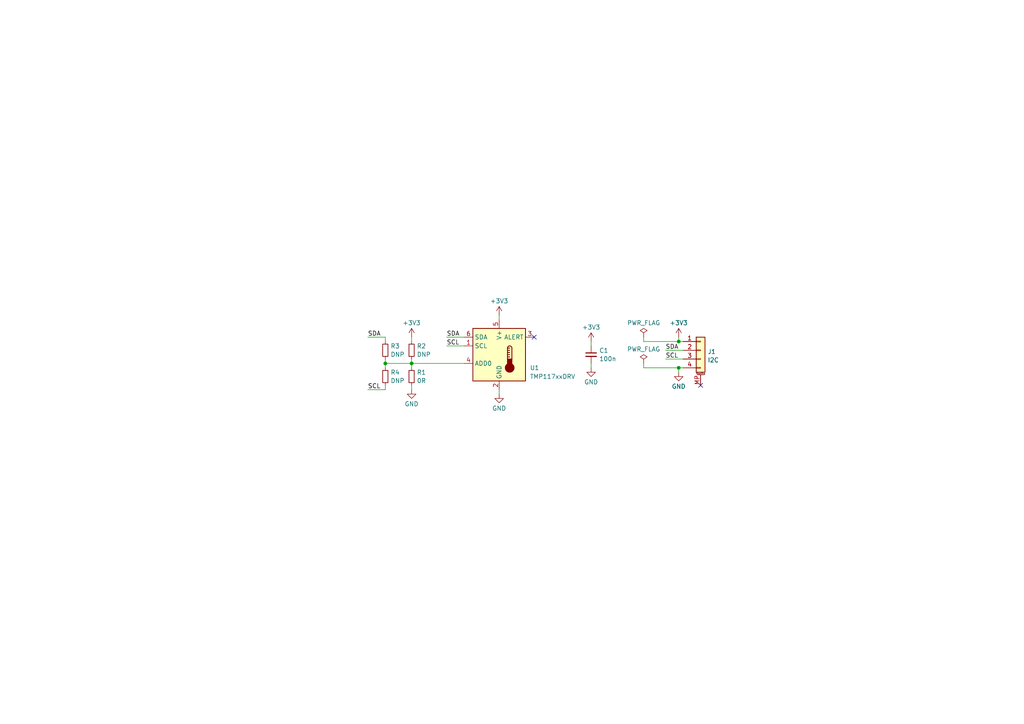
<source format=kicad_sch>
(kicad_sch (version 20230121) (generator eeschema)
  (paper "A4")
  (lib_symbols
    (symbol "Connector_Generic_MountingPin:Conn_01x04_MountingPin" (pin_names (offset 1.016) hide)
      (property "Reference" "J" (at 0 5.08 0))
      (property "Value" "Conn_01x04_MountingPin" (at 1.27 -7.62 0))
      (symbol "Conn_01x04_MountingPin_1_1"
        (rectangle (start -1.27 -4.953) (end 0 -5.207) (stroke (width 0.1524)))
        (rectangle (start -1.27 -2.413) (end 0 -2.667) (stroke (width 0.1524)))
        (rectangle (start -1.27 0.127) (end 0 -0.127) (stroke (width 0.1524)))
        (rectangle (start -1.27 2.667) (end 0 2.413) (stroke (width 0.1524)))
        (rectangle (start -1.27 3.81) (end 1.27 -6.35) (stroke (width 0.254)) (fill (type background)))
        (polyline (pts (xy -1.016 -7.112) (xy 1.016 -7.112)) (stroke (width 0.1524)))
        (text "Mounting" (at 0 -6.731 0) (effects (font (size 0.381 0.381))))
        (pin passive line (at -5.08 2.54 0) (length 3.81) (name "Pin_1") (number "1"))
        (pin passive line (at -5.08 0 0) (length 3.81) (name "Pin_2") (number "2"))
        (pin passive line (at -5.08 -2.54 0) (length 3.81) (name "Pin_3") (number "3"))
        (pin passive line (at -5.08 -5.08 0) (length 3.81) (name "Pin_4") (number "4"))
        (pin passive line (at 0 -10.16 90) (length 3.048) (name "MountPin") (number "MP"))
      )
    )
    (symbol "Device:C_Small" (pin_numbers hide) (pin_names (offset 0.254) hide)
      (property "Reference" "C" (at 0.254 1.778 0))
      (property "Value" "C_Small" (at 0.254 -2.032 0))
      (symbol "C_Small_0_1"
        (polyline (pts (xy -1.524 -0.508) (xy 1.524 -0.508)) (stroke (width 0.3302)))
        (polyline (pts (xy -1.524 0.508) (xy 1.524 0.508)) (stroke (width 0.3048)))
      )
      (symbol "C_Small_1_1"
        (pin passive line (at 0 2.54 270) (length 2.032) (name "~") (number "1"))
        (pin passive line (at 0 -2.54 90) (length 2.032) (name "~") (number "2"))
      )
    )
    (symbol "Device:R_Small" (pin_numbers hide) (pin_names (offset 0.254) hide)
      (property "Reference" "R" (at 0.762 0.508 0))
      (property "Value" "R_Small" (at 0.762 -1.016 0))
      (symbol "R_Small_0_1"
        (rectangle (start -0.762 1.778) (end 0.762 -1.778) (stroke (width 0.2032)))
      )
      (symbol "R_Small_1_1"
        (pin passive line (at 0 2.54 270) (length 0.762) (name "~") (number "1"))
        (pin passive line (at 0 -2.54 90) (length 0.762) (name "~") (number "2"))
      )
    )
    (symbol "Sensor_Temperature:TMP117xxDRV"
      (property "Reference" "U" (at -2.54 10.795 0))
      (property "Value" "TMP117xxDRV" (at -2.54 8.89 0))
      (symbol "TMP117xxDRV_0_1"
        (rectangle (start -7.62 7.62) (end 7.62 -7.62) (stroke (width 0.254)) (fill (type background)))
      )
      (symbol "TMP117xxDRV_1_1"
        (polyline (pts (xy 2.413 -0.635) (xy 3.048 -0.635)) (stroke (width 0.254)))
        (polyline (pts (xy 2.413 0) (xy 3.048 0)) (stroke (width 0.254)))
        (polyline (pts (xy 2.413 0.635) (xy 3.048 0.635)) (stroke (width 0.254)))
        (polyline (pts (xy 2.413 1.27) (xy 3.048 1.27)) (stroke (width 0.254)))
        (polyline (pts (xy 2.413 1.905) (xy 2.413 -1.27)) (stroke (width 0.254)))
        (polyline (pts (xy 2.413 1.905) (xy 3.048 1.905)) (stroke (width 0.254)))
        (polyline (pts (xy 3.683 1.905) (xy 3.683 -1.27)) (stroke (width 0.254)))
        (circle (center 3.048 -3.81) (radius 1.27) (stroke (width 0.254)) (fill (type outline)))
        (rectangle (start 3.683 -3.175) (end 2.413 -1.27) (stroke (width 0.254)) (fill (type outline)))
        (arc (start 3.683 1.905) (mid 3.048 2.5373) (end 2.413 1.905) (stroke (width 0.254)))
        (pin input line (at -10.16 2.54 0) (length 2.54) (name "SCL") (number "1"))
        (pin power_in line (at 0 -10.16 90) (length 2.54) (name "GND") (number "2"))
        (pin open_collector line (at 10.16 5.08 180) (length 2.54) (name "ALERT") (number "3"))
        (pin input line (at -10.16 -2.54 0) (length 2.54) (name "ADD0") (number "4"))
        (pin power_in line (at 0 10.16 270) (length 2.54) (name "V+") (number "5"))
        (pin bidirectional line (at -10.16 5.08 0) (length 2.54) (name "SDA") (number "6"))
      )
    )
    (symbol "power:+3V3" (power) (pin_names (offset 0))
      (property "Value" "+3V3" (at 0 3.556 0))
      (symbol "+3V3_0_1"
        (polyline (pts (xy -0.762 1.27) (xy 0 2.54)))
        (polyline (pts (xy 0 0) (xy 0 2.54)))
        (polyline (pts (xy 0 2.54) (xy 0.762 1.27)))
      )
      (symbol "+3V3_1_1"
        (pin power_in line (at 0 0 90) (length 0) hide (name "+3V3") (number "1"))
      )
    )
    (symbol "power:GND" (power) (pin_names (offset 0))
      (property "Value" "GND" (at 0 -3.81 0))
      (symbol "GND_0_1"
        (polyline (pts (xy 0 0) (xy 0 -1.27) (xy 1.27 -1.27) (xy 0 -2.54) (xy -1.27 -1.27) (xy 0 -1.27)))
      )
      (symbol "GND_1_1"
        (pin power_in line (at 0 0 270) (length 0) hide (name "GND") (number "1"))
      )
    )
    (symbol "power:PWR_FLAG" (power) (pin_numbers hide) (pin_names (offset 0) hide)
      (property "Value" "PWR_FLAG" (at 0 3.81 0))
      (symbol "PWR_FLAG_0_0"
        (pin power_out line (at 0 0 90) (length 0) (name "pwr") (number "1"))
      )
      (symbol "PWR_FLAG_0_1"
        (polyline (pts (xy 0 0) (xy 0 1.27) (xy -1.016 1.905) (xy 0 2.54) (xy 1.016 1.905) (xy 0 1.27)))
      )
    )
  )
  (junction (at 196.85 106.68))
  (junction (at 119.38 105.41))
  (junction (at 111.76 105.41))
  (junction (at 196.85 99.06))
  (no_connect (at 203.2 111.76))
  (no_connect (at 154.94 97.79))
  (wire (pts (xy 119.38 97.79) (xy 119.38 99.06)))
  (wire (pts (xy 144.78 113.03) (xy 144.78 114.3)))
  (wire (pts (xy 193.04 104.14) (xy 198.12 104.14)))
  (wire (pts (xy 111.76 104.14) (xy 111.76 105.41)))
  (wire (pts (xy 196.85 106.68) (xy 198.12 106.68)))
  (wire (pts (xy 119.38 105.41) (xy 111.76 105.41)))
  (wire (pts (xy 129.54 100.33) (xy 134.62 100.33)))
  (wire (pts (xy 144.78 91.44) (xy 144.78 92.71)))
  (wire (pts (xy 129.54 97.79) (xy 134.62 97.79)))
  (wire (pts (xy 186.69 106.68) (xy 196.85 106.68)))
  (wire (pts (xy 196.85 97.79) (xy 196.85 99.06)))
  (wire (pts (xy 171.45 105.41) (xy 171.45 106.68)))
  (wire (pts (xy 193.04 101.6) (xy 198.12 101.6)))
  (wire (pts (xy 186.69 97.79) (xy 186.69 99.06)))
  (wire (pts (xy 186.69 105.41) (xy 186.69 106.68)))
  (wire (pts (xy 119.38 106.68) (xy 119.38 105.41)))
  (wire (pts (xy 119.38 105.41) (xy 134.62 105.41)))
  (wire (pts (xy 111.76 97.79) (xy 111.76 99.06)))
  (wire (pts (xy 196.85 99.06) (xy 198.12 99.06)))
  (wire (pts (xy 119.38 104.14) (xy 119.38 105.41)))
  (wire (pts (xy 171.45 99.06) (xy 171.45 100.33)))
  (wire (pts (xy 186.69 99.06) (xy 196.85 99.06)))
  (wire (pts (xy 106.68 97.79) (xy 111.76 97.79)))
  (wire (pts (xy 196.85 106.68) (xy 196.85 107.95)))
  (wire (pts (xy 119.38 111.76) (xy 119.38 113.03)))
  (wire (pts (xy 111.76 105.41) (xy 111.76 106.68)))
  (wire (pts (xy 106.68 113.03) (xy 111.76 113.03)))
  (wire (pts (xy 111.76 113.03) (xy 111.76 111.76)))
  (label "SCL" (at 129.54 100.33 0))
  (label "SCL" (at 193.04 104.14 0))
  (label "SDA" (at 193.04 101.6 0))
  (label "SDA" (at 129.54 97.79 0))
  (label "SCL" (at 106.68 113.03 0))
  (label "SDA" (at 106.68 97.79 0))
  (symbol (lib_id "Device:C_Small") (at 171.45 102.87 0) (unit 1)
    (property "Reference" "C1" (at 173.7741 101.6642 0) (effects (justify left)))
    (property "Value" "100n" (at 173.7741 104.0884 0) (effects (justify left)))
    (property "Footprint" "Capacitor_SMD:C_0402_1005Metric" (effects hide))
    (property "JLC" "0402" (effects hide))
    (property "LCSC" "C1525" (effects hide))
  )
  (symbol (lib_id "Sensor_Temperature:TMP117xxDRV") (at 144.78 102.87 0) (unit 1)
    (property "Reference" "U1" (at 153.67 106.68 0) (effects (justify left)))
    (property "Value" "TMP117xxDRV" (at 153.67 109.22 0) (effects (justify left)))
    (property "Footprint" "Package_SON:WSON-6-1EP_2x2mm_P0.65mm_EP1x1.6mm" (effects hide))
    (property "Datasheet" "https://www.ti.com/lit/ds/symlink/tmp117.pdf" (effects hide))
    (property "JLC" "WDFN-6-EP(2x2)" (effects hide))
    (property "LCSC" "C699536" (effects hide))
  )
  (symbol (lib_id "power:GND") (at 171.45 106.68 0) (unit 1)
    (property "Reference" "#PWR04" (effects hide))
    (property "Value" "GND" (at 171.45 110.8131 0))
  )
  (symbol (lib_id "Device:R_Small") (at 119.38 101.6 0) (unit 1)
    (property "Reference" "R2" (at 120.8786 100.3879 0) (effects (justify left)))
    (property "Value" "DNP" (at 120.8786 102.8121 0) (effects (justify left)))
    (property "Footprint" "Resistor_SMD:R_0402_1005Metric" (effects hide))
  )
  (symbol (lib_id "Device:R_Small") (at 111.76 109.22 0) (unit 1)
    (property "Reference" "R4" (at 113.2586 108.0079 0) (effects (justify left)))
    (property "Value" "DNP" (at 113.2586 110.4321 0) (effects (justify left)))
    (property "Footprint" "Resistor_SMD:R_0402_1005Metric" (effects hide))
  )
  (symbol (lib_id "power:GND") (at 196.85 107.95 0) (unit 1)
    (property "Reference" "#PWR08" (effects hide))
    (property "Value" "GND" (at 196.85 112.0831 0))
  )
  (symbol (lib_id "power:+3V3") (at 171.45 99.06 0) (unit 1)
    (property "Reference" "#PWR03" (effects hide))
    (property "Value" "+3V3" (at 171.45 94.9269 0))
  )
  (symbol (lib_id "power:GND") (at 144.78 114.3 0) (unit 1)
    (property "Reference" "#PWR01" (effects hide))
    (property "Value" "GND" (at 144.78 118.4331 0))
  )
  (symbol (lib_id "power:PWR_FLAG") (at 186.69 105.41 0) (unit 1)
    (property "Reference" "#FLG02" (effects hide))
    (property "Value" "PWR_FLAG" (at 186.69 101.2769 0))
  )
  (symbol (lib_id "power:GND") (at 119.38 113.03 0) (unit 1)
    (property "Reference" "#PWR05" (effects hide))
    (property "Value" "GND" (at 119.38 117.1631 0))
  )
  (symbol (lib_id "Device:R_Small") (at 111.76 101.6 0) (unit 1)
    (property "Reference" "R3" (at 113.2586 100.3879 0) (effects (justify left)))
    (property "Value" "DNP" (at 113.2586 102.8121 0) (effects (justify left)))
    (property "Footprint" "Resistor_SMD:R_0402_1005Metric" (effects hide))
  )
  (symbol (lib_id "power:+3V3") (at 144.78 91.44 0) (unit 1)
    (property "Reference" "#PWR02" (effects hide))
    (property "Value" "+3V3" (at 144.78 87.3069 0))
  )
  (symbol (lib_id "Connector_Generic_MountingPin:Conn_01x04_MountingPin") (at 203.2 101.6 0) (unit 1)
    (property "Reference" "J1" (at 205.232 102.0135 0) (effects (justify left)))
    (property "Value" "I2C" (at 205.232 104.4377 0) (effects (justify left)))
    (property "Footprint" "fosmometer:Jushuo_AFC01-S04FCx-00_1x04-1MP_P0.50mm_Horizontal" (effects hide))
    (property "JLC" "SMD,P=0.5mm" (effects hide))
    (property "LCSC" "C262260" (effects hide))
  )
  (symbol (lib_id "power:+3V3") (at 196.85 97.79 0) (unit 1)
    (property "Reference" "#PWR07" (effects hide))
    (property "Value" "+3V3" (at 196.85 93.6569 0))
  )
  (symbol (lib_id "power:+3V3") (at 119.38 97.79 0) (unit 1)
    (property "Reference" "#PWR06" (effects hide))
    (property "Value" "+3V3" (at 119.38 93.6569 0))
  )
  (symbol (lib_id "Device:R_Small") (at 119.38 109.22 0) (unit 1)
    (property "Reference" "R1" (at 120.8786 108.0079 0) (effects (justify left)))
    (property "Value" "0R" (at 120.8786 110.4321 0) (effects (justify left)))
    (property "Footprint" "Resistor_SMD:R_0402_1005Metric" (effects hide))
    (property "JLC" "0402" (effects hide))
    (property "LCSC" "C17168" (effects hide))
  )
  (symbol (lib_id "power:PWR_FLAG") (at 186.69 97.79 0) (unit 1)
    (property "Reference" "#FLG01" (effects hide))
    (property "Value" "PWR_FLAG" (at 186.69 93.6569 0))
  )
)
</source>
